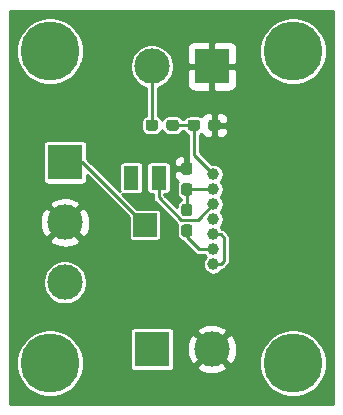
<source format=gbr>
%TF.GenerationSoftware,KiCad,Pcbnew,(5.1.6)-1*%
%TF.CreationDate,2021-01-22T14:39:17+01:00*%
%TF.ProjectId,LambdaBuffer,4c616d62-6461-4427-9566-6665722e6b69,rev?*%
%TF.SameCoordinates,Original*%
%TF.FileFunction,Copper,L1,Top*%
%TF.FilePolarity,Positive*%
%FSLAX46Y46*%
G04 Gerber Fmt 4.6, Leading zero omitted, Abs format (unit mm)*
G04 Created by KiCad (PCBNEW (5.1.6)-1) date 2021-01-22 14:39:17*
%MOMM*%
%LPD*%
G01*
G04 APERTURE LIST*
%TA.AperFunction,ComponentPad*%
%ADD10C,1.000000*%
%TD*%
%TA.AperFunction,SMDPad,CuDef*%
%ADD11R,1.300000X2.000000*%
%TD*%
%TA.AperFunction,SMDPad,CuDef*%
%ADD12R,2.000000X2.000000*%
%TD*%
%TA.AperFunction,ComponentPad*%
%ADD13C,3.000000*%
%TD*%
%TA.AperFunction,ComponentPad*%
%ADD14R,3.000000X3.000000*%
%TD*%
%TA.AperFunction,ViaPad*%
%ADD15C,5.000000*%
%TD*%
%TA.AperFunction,Conductor*%
%ADD16C,0.250000*%
%TD*%
G04 APERTURE END LIST*
D10*
%TO.P,U1,7*%
%TO.N,+9V*%
X121539000Y-101600000D03*
%TO.P,U1,6*%
%TO.N,Net-(J3-Pad1)*%
X121539000Y-100330000D03*
%TO.P,U1,5*%
%TO.N,+9V*%
X121539000Y-99060000D03*
%TO.P,U1,1*%
%TO.N,Net-(R1-Pad1)*%
X121539000Y-93980000D03*
%TO.P,U1,2*%
%TO.N,Net-(R4-Pad1)*%
X121539000Y-95250000D03*
%TO.P,U1,3*%
%TO.N,Net-(R3-Pad1)*%
X121539000Y-96520000D03*
%TO.P,U1,4*%
%TO.N,-9V*%
X121539000Y-97790000D03*
%TD*%
D11*
%TO.P,R3,3*%
%TO.N,N/C*%
X114590800Y-94259400D03*
D12*
%TO.P,R3,2*%
%TO.N,-9V*%
X115740800Y-98259400D03*
D11*
%TO.P,R3,1*%
%TO.N,Net-(R3-Pad1)*%
X116890800Y-94259400D03*
%TD*%
%TO.P,R5,2*%
%TO.N,GND*%
%TA.AperFunction,SMDPad,CuDef*%
G36*
G01*
X119515900Y-94025000D02*
X119040900Y-94025000D01*
G75*
G02*
X118803400Y-93787500I0J237500D01*
G01*
X118803400Y-93212500D01*
G75*
G02*
X119040900Y-92975000I237500J0D01*
G01*
X119515900Y-92975000D01*
G75*
G02*
X119753400Y-93212500I0J-237500D01*
G01*
X119753400Y-93787500D01*
G75*
G02*
X119515900Y-94025000I-237500J0D01*
G01*
G37*
%TD.AperFunction*%
%TO.P,R5,1*%
%TO.N,Net-(R4-Pad1)*%
%TA.AperFunction,SMDPad,CuDef*%
G36*
G01*
X119515900Y-95775000D02*
X119040900Y-95775000D01*
G75*
G02*
X118803400Y-95537500I0J237500D01*
G01*
X118803400Y-94962500D01*
G75*
G02*
X119040900Y-94725000I237500J0D01*
G01*
X119515900Y-94725000D01*
G75*
G02*
X119753400Y-94962500I0J-237500D01*
G01*
X119753400Y-95537500D01*
G75*
G02*
X119515900Y-95775000I-237500J0D01*
G01*
G37*
%TD.AperFunction*%
%TD*%
%TO.P,R4,2*%
%TO.N,Net-(J3-Pad1)*%
%TA.AperFunction,SMDPad,CuDef*%
G36*
G01*
X119040900Y-98216200D02*
X119515900Y-98216200D01*
G75*
G02*
X119753400Y-98453700I0J-237500D01*
G01*
X119753400Y-99028700D01*
G75*
G02*
X119515900Y-99266200I-237500J0D01*
G01*
X119040900Y-99266200D01*
G75*
G02*
X118803400Y-99028700I0J237500D01*
G01*
X118803400Y-98453700D01*
G75*
G02*
X119040900Y-98216200I237500J0D01*
G01*
G37*
%TD.AperFunction*%
%TO.P,R4,1*%
%TO.N,Net-(R4-Pad1)*%
%TA.AperFunction,SMDPad,CuDef*%
G36*
G01*
X119040900Y-96466200D02*
X119515900Y-96466200D01*
G75*
G02*
X119753400Y-96703700I0J-237500D01*
G01*
X119753400Y-97278700D01*
G75*
G02*
X119515900Y-97516200I-237500J0D01*
G01*
X119040900Y-97516200D01*
G75*
G02*
X118803400Y-97278700I0J237500D01*
G01*
X118803400Y-96703700D01*
G75*
G02*
X119040900Y-96466200I237500J0D01*
G01*
G37*
%TD.AperFunction*%
%TD*%
%TO.P,R2,2*%
%TO.N,Net-(R1-Pad1)*%
%TA.AperFunction,SMDPad,CuDef*%
G36*
G01*
X120401600Y-89576900D02*
X120401600Y-90051900D01*
G75*
G02*
X120164100Y-90289400I-237500J0D01*
G01*
X119589100Y-90289400D01*
G75*
G02*
X119351600Y-90051900I0J237500D01*
G01*
X119351600Y-89576900D01*
G75*
G02*
X119589100Y-89339400I237500J0D01*
G01*
X120164100Y-89339400D01*
G75*
G02*
X120401600Y-89576900I0J-237500D01*
G01*
G37*
%TD.AperFunction*%
%TO.P,R2,1*%
%TO.N,GND*%
%TA.AperFunction,SMDPad,CuDef*%
G36*
G01*
X122151600Y-89576900D02*
X122151600Y-90051900D01*
G75*
G02*
X121914100Y-90289400I-237500J0D01*
G01*
X121339100Y-90289400D01*
G75*
G02*
X121101600Y-90051900I0J237500D01*
G01*
X121101600Y-89576900D01*
G75*
G02*
X121339100Y-89339400I237500J0D01*
G01*
X121914100Y-89339400D01*
G75*
G02*
X122151600Y-89576900I0J-237500D01*
G01*
G37*
%TD.AperFunction*%
%TD*%
%TO.P,R1,2*%
%TO.N,Net-(J1-Pad2)*%
%TA.AperFunction,SMDPad,CuDef*%
G36*
G01*
X116857000Y-89576900D02*
X116857000Y-90051900D01*
G75*
G02*
X116619500Y-90289400I-237500J0D01*
G01*
X116044500Y-90289400D01*
G75*
G02*
X115807000Y-90051900I0J237500D01*
G01*
X115807000Y-89576900D01*
G75*
G02*
X116044500Y-89339400I237500J0D01*
G01*
X116619500Y-89339400D01*
G75*
G02*
X116857000Y-89576900I0J-237500D01*
G01*
G37*
%TD.AperFunction*%
%TO.P,R1,1*%
%TO.N,Net-(R1-Pad1)*%
%TA.AperFunction,SMDPad,CuDef*%
G36*
G01*
X118607000Y-89576900D02*
X118607000Y-90051900D01*
G75*
G02*
X118369500Y-90289400I-237500J0D01*
G01*
X117794500Y-90289400D01*
G75*
G02*
X117557000Y-90051900I0J237500D01*
G01*
X117557000Y-89576900D01*
G75*
G02*
X117794500Y-89339400I237500J0D01*
G01*
X118369500Y-89339400D01*
G75*
G02*
X118607000Y-89576900I0J-237500D01*
G01*
G37*
%TD.AperFunction*%
%TD*%
D13*
%TO.P,J3,2*%
%TO.N,GND*%
X121412000Y-108775500D03*
D14*
%TO.P,J3,1*%
%TO.N,Net-(J3-Pad1)*%
X116332000Y-108775500D03*
%TD*%
D13*
%TO.P,J2,3*%
%TO.N,+9V*%
X108966000Y-103124000D03*
%TO.P,J2,2*%
%TO.N,GND*%
X108966000Y-98044000D03*
D14*
%TO.P,J2,1*%
%TO.N,-9V*%
X108966000Y-92964000D03*
%TD*%
D13*
%TO.P,J1,2*%
%TO.N,Net-(J1-Pad2)*%
X116332000Y-84836000D03*
D14*
%TO.P,J1,1*%
%TO.N,GND*%
X121412000Y-84836000D03*
%TD*%
D15*
%TO.N,*%
X107696000Y-83566000D03*
X107696000Y-109982000D03*
X128270000Y-109982000D03*
X128270000Y-83566000D03*
%TD*%
D16*
%TO.N,+9V*%
X121539000Y-101600000D02*
X121843800Y-101600000D01*
X122453400Y-99364800D02*
X122148600Y-99060000D01*
X122453400Y-101295200D02*
X122453400Y-99364800D01*
X122148600Y-99060000D02*
X121539000Y-99060000D01*
X121539000Y-101600000D02*
X122148600Y-101600000D01*
X122148600Y-101600000D02*
X122453400Y-101295200D01*
%TO.N,-9V*%
X110445400Y-92964000D02*
X115740800Y-98259400D01*
X108966000Y-92964000D02*
X110445400Y-92964000D01*
%TO.N,Net-(J1-Pad2)*%
X116332000Y-89814400D02*
X116332000Y-84836000D01*
%TO.N,Net-(J3-Pad1)*%
X119278400Y-98741200D02*
X119278400Y-99314000D01*
X120294400Y-100330000D02*
X121539000Y-100330000D01*
X119278400Y-99314000D02*
X120294400Y-100330000D01*
%TO.N,Net-(R1-Pad1)*%
X118082000Y-89814400D02*
X119876600Y-89814400D01*
X119876600Y-92317600D02*
X121539000Y-93980000D01*
X119876600Y-89814400D02*
X119876600Y-92317600D01*
%TO.N,Net-(R3-Pad1)*%
X120281700Y-97777300D02*
X120396000Y-97663000D01*
X120396000Y-97663000D02*
X121539000Y-96520000D01*
X116890800Y-95924110D02*
X116890800Y-95707200D01*
X118832890Y-97866200D02*
X116890800Y-95924110D01*
X120192800Y-97866200D02*
X118832890Y-97866200D01*
X116890800Y-95707200D02*
X116890800Y-94259400D01*
X120396000Y-97663000D02*
X120192800Y-97866200D01*
%TO.N,Net-(R4-Pad1)*%
X121539000Y-95250000D02*
X119278400Y-95250000D01*
X119278400Y-95250000D02*
X119278400Y-96991200D01*
%TD*%
%TO.N,GND*%
G36*
X131680001Y-112756353D02*
G01*
X131680000Y-113392000D01*
X104286000Y-113392000D01*
X104286000Y-109698837D01*
X104821000Y-109698837D01*
X104821000Y-110265163D01*
X104931485Y-110820607D01*
X105148208Y-111343823D01*
X105462842Y-111814706D01*
X105863294Y-112215158D01*
X106334177Y-112529792D01*
X106857393Y-112746515D01*
X107412837Y-112857000D01*
X107979163Y-112857000D01*
X108534607Y-112746515D01*
X109057823Y-112529792D01*
X109528706Y-112215158D01*
X109929158Y-111814706D01*
X110243792Y-111343823D01*
X110460515Y-110820607D01*
X110571000Y-110265163D01*
X110571000Y-109698837D01*
X110460515Y-109143393D01*
X110243792Y-108620177D01*
X109929158Y-108149294D01*
X109528706Y-107748842D01*
X109057823Y-107434208D01*
X108674668Y-107275500D01*
X114455186Y-107275500D01*
X114455186Y-110275500D01*
X114462426Y-110349013D01*
X114483869Y-110419700D01*
X114518691Y-110484847D01*
X114565552Y-110541948D01*
X114622653Y-110588809D01*
X114687800Y-110623631D01*
X114758487Y-110645074D01*
X114832000Y-110652314D01*
X117832000Y-110652314D01*
X117905513Y-110645074D01*
X117976200Y-110623631D01*
X118041347Y-110588809D01*
X118098448Y-110541948D01*
X118145309Y-110484847D01*
X118180131Y-110419700D01*
X118201574Y-110349013D01*
X118208814Y-110275500D01*
X118208814Y-110267407D01*
X120102527Y-110267407D01*
X120258835Y-110582163D01*
X120633455Y-110772420D01*
X121037994Y-110885937D01*
X121456906Y-110918350D01*
X121874093Y-110868414D01*
X122273521Y-110738050D01*
X122565165Y-110582163D01*
X122721473Y-110267407D01*
X121412000Y-108957934D01*
X120102527Y-110267407D01*
X118208814Y-110267407D01*
X118208814Y-108820406D01*
X119269150Y-108820406D01*
X119319086Y-109237593D01*
X119449450Y-109637021D01*
X119605337Y-109928665D01*
X119920093Y-110084973D01*
X121229566Y-108775500D01*
X121594434Y-108775500D01*
X122903907Y-110084973D01*
X123218663Y-109928665D01*
X123335384Y-109698837D01*
X125395000Y-109698837D01*
X125395000Y-110265163D01*
X125505485Y-110820607D01*
X125722208Y-111343823D01*
X126036842Y-111814706D01*
X126437294Y-112215158D01*
X126908177Y-112529792D01*
X127431393Y-112746515D01*
X127986837Y-112857000D01*
X128553163Y-112857000D01*
X129108607Y-112746515D01*
X129631823Y-112529792D01*
X130102706Y-112215158D01*
X130503158Y-111814706D01*
X130817792Y-111343823D01*
X131034515Y-110820607D01*
X131145000Y-110265163D01*
X131145000Y-109698837D01*
X131034515Y-109143393D01*
X130817792Y-108620177D01*
X130503158Y-108149294D01*
X130102706Y-107748842D01*
X129631823Y-107434208D01*
X129108607Y-107217485D01*
X128553163Y-107107000D01*
X127986837Y-107107000D01*
X127431393Y-107217485D01*
X126908177Y-107434208D01*
X126437294Y-107748842D01*
X126036842Y-108149294D01*
X125722208Y-108620177D01*
X125505485Y-109143393D01*
X125395000Y-109698837D01*
X123335384Y-109698837D01*
X123408920Y-109554045D01*
X123522437Y-109149506D01*
X123554850Y-108730594D01*
X123504914Y-108313407D01*
X123374550Y-107913979D01*
X123218663Y-107622335D01*
X122903907Y-107466027D01*
X121594434Y-108775500D01*
X121229566Y-108775500D01*
X119920093Y-107466027D01*
X119605337Y-107622335D01*
X119415080Y-107996955D01*
X119301563Y-108401494D01*
X119269150Y-108820406D01*
X118208814Y-108820406D01*
X118208814Y-107283593D01*
X120102527Y-107283593D01*
X121412000Y-108593066D01*
X122721473Y-107283593D01*
X122565165Y-106968837D01*
X122190545Y-106778580D01*
X121786006Y-106665063D01*
X121367094Y-106632650D01*
X120949907Y-106682586D01*
X120550479Y-106812950D01*
X120258835Y-106968837D01*
X120102527Y-107283593D01*
X118208814Y-107283593D01*
X118208814Y-107275500D01*
X118201574Y-107201987D01*
X118180131Y-107131300D01*
X118145309Y-107066153D01*
X118098448Y-107009052D01*
X118041347Y-106962191D01*
X117976200Y-106927369D01*
X117905513Y-106905926D01*
X117832000Y-106898686D01*
X114832000Y-106898686D01*
X114758487Y-106905926D01*
X114687800Y-106927369D01*
X114622653Y-106962191D01*
X114565552Y-107009052D01*
X114518691Y-107066153D01*
X114483869Y-107131300D01*
X114462426Y-107201987D01*
X114455186Y-107275500D01*
X108674668Y-107275500D01*
X108534607Y-107217485D01*
X107979163Y-107107000D01*
X107412837Y-107107000D01*
X106857393Y-107217485D01*
X106334177Y-107434208D01*
X105863294Y-107748842D01*
X105462842Y-108149294D01*
X105148208Y-108620177D01*
X104931485Y-109143393D01*
X104821000Y-109698837D01*
X104286000Y-109698837D01*
X104286000Y-102939329D01*
X107091000Y-102939329D01*
X107091000Y-103308671D01*
X107163056Y-103670917D01*
X107304397Y-104012145D01*
X107509593Y-104319243D01*
X107770757Y-104580407D01*
X108077855Y-104785603D01*
X108419083Y-104926944D01*
X108781329Y-104999000D01*
X109150671Y-104999000D01*
X109512917Y-104926944D01*
X109854145Y-104785603D01*
X110161243Y-104580407D01*
X110422407Y-104319243D01*
X110627603Y-104012145D01*
X110768944Y-103670917D01*
X110841000Y-103308671D01*
X110841000Y-102939329D01*
X110768944Y-102577083D01*
X110627603Y-102235855D01*
X110422407Y-101928757D01*
X110161243Y-101667593D01*
X109854145Y-101462397D01*
X109512917Y-101321056D01*
X109150671Y-101249000D01*
X108781329Y-101249000D01*
X108419083Y-101321056D01*
X108077855Y-101462397D01*
X107770757Y-101667593D01*
X107509593Y-101928757D01*
X107304397Y-102235855D01*
X107163056Y-102577083D01*
X107091000Y-102939329D01*
X104286000Y-102939329D01*
X104286000Y-99535907D01*
X107656527Y-99535907D01*
X107812835Y-99850663D01*
X108187455Y-100040920D01*
X108591994Y-100154437D01*
X109010906Y-100186850D01*
X109428093Y-100136914D01*
X109827521Y-100006550D01*
X110119165Y-99850663D01*
X110275473Y-99535907D01*
X108966000Y-98226434D01*
X107656527Y-99535907D01*
X104286000Y-99535907D01*
X104286000Y-98088906D01*
X106823150Y-98088906D01*
X106873086Y-98506093D01*
X107003450Y-98905521D01*
X107159337Y-99197165D01*
X107474093Y-99353473D01*
X108783566Y-98044000D01*
X109148434Y-98044000D01*
X110457907Y-99353473D01*
X110772663Y-99197165D01*
X110962920Y-98822545D01*
X111076437Y-98418006D01*
X111108850Y-97999094D01*
X111058914Y-97581907D01*
X110928550Y-97182479D01*
X110772663Y-96890835D01*
X110457907Y-96734527D01*
X109148434Y-98044000D01*
X108783566Y-98044000D01*
X107474093Y-96734527D01*
X107159337Y-96890835D01*
X106969080Y-97265455D01*
X106855563Y-97669994D01*
X106823150Y-98088906D01*
X104286000Y-98088906D01*
X104286000Y-96552093D01*
X107656527Y-96552093D01*
X108966000Y-97861566D01*
X110275473Y-96552093D01*
X110119165Y-96237337D01*
X109744545Y-96047080D01*
X109340006Y-95933563D01*
X108921094Y-95901150D01*
X108503907Y-95951086D01*
X108104479Y-96081450D01*
X107812835Y-96237337D01*
X107656527Y-96552093D01*
X104286000Y-96552093D01*
X104286000Y-91464000D01*
X107089186Y-91464000D01*
X107089186Y-94464000D01*
X107096426Y-94537513D01*
X107117869Y-94608200D01*
X107152691Y-94673347D01*
X107199552Y-94730448D01*
X107256653Y-94777309D01*
X107321800Y-94812131D01*
X107392487Y-94833574D01*
X107466000Y-94840814D01*
X110466000Y-94840814D01*
X110539513Y-94833574D01*
X110610200Y-94812131D01*
X110675347Y-94777309D01*
X110732448Y-94730448D01*
X110779309Y-94673347D01*
X110814131Y-94608200D01*
X110835574Y-94537513D01*
X110842814Y-94464000D01*
X110842814Y-94068519D01*
X114363986Y-97589693D01*
X114363986Y-99259400D01*
X114371226Y-99332913D01*
X114392669Y-99403600D01*
X114427491Y-99468747D01*
X114474352Y-99525848D01*
X114531453Y-99572709D01*
X114596600Y-99607531D01*
X114667287Y-99628974D01*
X114740800Y-99636214D01*
X116740800Y-99636214D01*
X116814313Y-99628974D01*
X116885000Y-99607531D01*
X116950147Y-99572709D01*
X117007248Y-99525848D01*
X117054109Y-99468747D01*
X117088931Y-99403600D01*
X117110374Y-99332913D01*
X117117614Y-99259400D01*
X117117614Y-97259400D01*
X117110374Y-97185887D01*
X117088931Y-97115200D01*
X117054109Y-97050053D01*
X117007248Y-96992952D01*
X116950147Y-96946091D01*
X116885000Y-96911269D01*
X116814313Y-96889826D01*
X116740800Y-96882586D01*
X115071093Y-96882586D01*
X113795391Y-95606885D01*
X113796600Y-95607531D01*
X113867287Y-95628974D01*
X113940800Y-95636214D01*
X115240800Y-95636214D01*
X115314313Y-95628974D01*
X115385000Y-95607531D01*
X115450147Y-95572709D01*
X115507248Y-95525848D01*
X115554109Y-95468747D01*
X115588931Y-95403600D01*
X115610374Y-95332913D01*
X115617614Y-95259400D01*
X115617614Y-93259400D01*
X115610374Y-93185887D01*
X115588931Y-93115200D01*
X115554109Y-93050053D01*
X115507248Y-92992952D01*
X115450147Y-92946091D01*
X115385000Y-92911269D01*
X115314313Y-92889826D01*
X115240800Y-92882586D01*
X113940800Y-92882586D01*
X113867287Y-92889826D01*
X113796600Y-92911269D01*
X113731453Y-92946091D01*
X113674352Y-92992952D01*
X113627491Y-93050053D01*
X113592669Y-93115200D01*
X113571226Y-93185887D01*
X113563986Y-93259400D01*
X113563986Y-95259400D01*
X113571226Y-95332913D01*
X113592669Y-95403600D01*
X113593315Y-95404809D01*
X110842814Y-92654309D01*
X110842814Y-91464000D01*
X110835574Y-91390487D01*
X110814131Y-91319800D01*
X110779309Y-91254653D01*
X110732448Y-91197552D01*
X110675347Y-91150691D01*
X110610200Y-91115869D01*
X110539513Y-91094426D01*
X110466000Y-91087186D01*
X107466000Y-91087186D01*
X107392487Y-91094426D01*
X107321800Y-91115869D01*
X107256653Y-91150691D01*
X107199552Y-91197552D01*
X107152691Y-91254653D01*
X107117869Y-91319800D01*
X107096426Y-91390487D01*
X107089186Y-91464000D01*
X104286000Y-91464000D01*
X104286000Y-83282837D01*
X104821000Y-83282837D01*
X104821000Y-83849163D01*
X104931485Y-84404607D01*
X105148208Y-84927823D01*
X105462842Y-85398706D01*
X105863294Y-85799158D01*
X106334177Y-86113792D01*
X106857393Y-86330515D01*
X107412837Y-86441000D01*
X107979163Y-86441000D01*
X108534607Y-86330515D01*
X109057823Y-86113792D01*
X109528706Y-85799158D01*
X109929158Y-85398706D01*
X110243792Y-84927823D01*
X110358319Y-84651329D01*
X114457000Y-84651329D01*
X114457000Y-85020671D01*
X114529056Y-85382917D01*
X114670397Y-85724145D01*
X114875593Y-86031243D01*
X115136757Y-86292407D01*
X115443855Y-86497603D01*
X115785083Y-86638944D01*
X115832001Y-86648277D01*
X115832000Y-89002496D01*
X115809412Y-89009348D01*
X115703205Y-89066117D01*
X115610114Y-89142514D01*
X115533717Y-89235605D01*
X115476948Y-89341812D01*
X115441990Y-89457053D01*
X115430186Y-89576900D01*
X115430186Y-90051900D01*
X115441990Y-90171747D01*
X115476948Y-90286988D01*
X115533717Y-90393195D01*
X115610114Y-90486286D01*
X115703205Y-90562683D01*
X115809412Y-90619452D01*
X115924653Y-90654410D01*
X116044500Y-90666214D01*
X116619500Y-90666214D01*
X116739347Y-90654410D01*
X116854588Y-90619452D01*
X116960795Y-90562683D01*
X117053886Y-90486286D01*
X117130283Y-90393195D01*
X117187052Y-90286988D01*
X117207000Y-90221228D01*
X117226948Y-90286988D01*
X117283717Y-90393195D01*
X117360114Y-90486286D01*
X117453205Y-90562683D01*
X117559412Y-90619452D01*
X117674653Y-90654410D01*
X117794500Y-90666214D01*
X118369500Y-90666214D01*
X118489347Y-90654410D01*
X118604588Y-90619452D01*
X118710795Y-90562683D01*
X118803886Y-90486286D01*
X118880283Y-90393195D01*
X118922400Y-90314400D01*
X119036200Y-90314400D01*
X119078317Y-90393195D01*
X119154714Y-90486286D01*
X119247805Y-90562683D01*
X119354012Y-90619452D01*
X119376600Y-90626304D01*
X119376601Y-92293030D01*
X119374181Y-92317600D01*
X119383835Y-92415617D01*
X119400707Y-92471235D01*
X119409018Y-92498632D01*
X119407400Y-92500250D01*
X119407400Y-93371000D01*
X119427400Y-93371000D01*
X119427400Y-93629000D01*
X119407400Y-93629000D01*
X119407400Y-93649000D01*
X119149400Y-93649000D01*
X119149400Y-93629000D01*
X118328650Y-93629000D01*
X118170400Y-93787250D01*
X118167337Y-94025000D01*
X118179559Y-94149090D01*
X118215754Y-94268411D01*
X118274533Y-94378378D01*
X118353636Y-94474764D01*
X118450022Y-94553867D01*
X118544108Y-94604157D01*
X118530117Y-94621205D01*
X118473348Y-94727412D01*
X118438390Y-94842653D01*
X118426586Y-94962500D01*
X118426586Y-95537500D01*
X118438390Y-95657347D01*
X118473348Y-95772588D01*
X118530117Y-95878795D01*
X118606514Y-95971886D01*
X118699605Y-96048283D01*
X118778400Y-96090400D01*
X118778401Y-96150800D01*
X118699605Y-96192917D01*
X118606514Y-96269314D01*
X118530117Y-96362405D01*
X118473348Y-96468612D01*
X118438390Y-96583853D01*
X118426586Y-96703700D01*
X118426586Y-96752790D01*
X117390800Y-95717005D01*
X117390800Y-95636214D01*
X117540800Y-95636214D01*
X117614313Y-95628974D01*
X117685000Y-95607531D01*
X117750147Y-95572709D01*
X117807248Y-95525848D01*
X117854109Y-95468747D01*
X117888931Y-95403600D01*
X117910374Y-95332913D01*
X117917614Y-95259400D01*
X117917614Y-93259400D01*
X117910374Y-93185887D01*
X117888931Y-93115200D01*
X117854109Y-93050053D01*
X117807248Y-92992952D01*
X117785374Y-92975000D01*
X118167337Y-92975000D01*
X118170400Y-93212750D01*
X118328650Y-93371000D01*
X119149400Y-93371000D01*
X119149400Y-92500250D01*
X118991150Y-92342000D01*
X118803400Y-92338937D01*
X118679310Y-92351159D01*
X118559989Y-92387354D01*
X118450022Y-92446133D01*
X118353636Y-92525236D01*
X118274533Y-92621622D01*
X118215754Y-92731589D01*
X118179559Y-92850910D01*
X118167337Y-92975000D01*
X117785374Y-92975000D01*
X117750147Y-92946091D01*
X117685000Y-92911269D01*
X117614313Y-92889826D01*
X117540800Y-92882586D01*
X116240800Y-92882586D01*
X116167287Y-92889826D01*
X116096600Y-92911269D01*
X116031453Y-92946091D01*
X115974352Y-92992952D01*
X115927491Y-93050053D01*
X115892669Y-93115200D01*
X115871226Y-93185887D01*
X115863986Y-93259400D01*
X115863986Y-95259400D01*
X115871226Y-95332913D01*
X115892669Y-95403600D01*
X115927491Y-95468747D01*
X115974352Y-95525848D01*
X116031453Y-95572709D01*
X116096600Y-95607531D01*
X116167287Y-95628974D01*
X116240800Y-95636214D01*
X116390800Y-95636214D01*
X116390800Y-95899550D01*
X116388381Y-95924110D01*
X116398035Y-96022127D01*
X116406708Y-96050717D01*
X116426625Y-96116376D01*
X116473054Y-96203239D01*
X116535536Y-96279374D01*
X116554624Y-96295039D01*
X118461965Y-98202381D01*
X118474112Y-98217182D01*
X118473348Y-98218612D01*
X118438390Y-98333853D01*
X118426586Y-98453700D01*
X118426586Y-99028700D01*
X118438390Y-99148547D01*
X118473348Y-99263788D01*
X118530117Y-99369995D01*
X118606514Y-99463086D01*
X118699605Y-99539483D01*
X118805812Y-99596252D01*
X118882246Y-99619438D01*
X118923137Y-99669264D01*
X118942219Y-99684924D01*
X119923475Y-100666181D01*
X119939136Y-100685264D01*
X120015271Y-100747746D01*
X120102133Y-100794175D01*
X120167792Y-100814092D01*
X120196382Y-100822765D01*
X120294400Y-100832419D01*
X120318960Y-100830000D01*
X120820736Y-100830000D01*
X120859343Y-100887780D01*
X120936563Y-100965000D01*
X120859343Y-101042220D01*
X120763585Y-101185532D01*
X120697626Y-101344772D01*
X120664000Y-101513820D01*
X120664000Y-101686180D01*
X120697626Y-101855228D01*
X120763585Y-102014468D01*
X120859343Y-102157780D01*
X120981220Y-102279657D01*
X121124532Y-102375415D01*
X121283772Y-102441374D01*
X121452820Y-102475000D01*
X121625180Y-102475000D01*
X121794228Y-102441374D01*
X121953468Y-102375415D01*
X122096780Y-102279657D01*
X122218657Y-102157780D01*
X122266034Y-102086875D01*
X122340867Y-102064175D01*
X122427729Y-102017746D01*
X122503864Y-101955264D01*
X122519529Y-101936176D01*
X122789581Y-101666125D01*
X122808664Y-101650464D01*
X122871146Y-101574329D01*
X122917575Y-101487467D01*
X122946165Y-101393217D01*
X122953400Y-101319760D01*
X122953400Y-101319751D01*
X122955818Y-101295201D01*
X122953400Y-101270651D01*
X122953400Y-99389349D01*
X122955818Y-99364799D01*
X122953400Y-99340249D01*
X122953400Y-99340240D01*
X122946165Y-99266783D01*
X122917575Y-99172533D01*
X122871146Y-99085671D01*
X122808664Y-99009536D01*
X122789581Y-98993875D01*
X122519529Y-98723824D01*
X122503864Y-98704736D01*
X122427729Y-98642254D01*
X122340867Y-98595825D01*
X122266034Y-98573125D01*
X122218657Y-98502220D01*
X122141437Y-98425000D01*
X122218657Y-98347780D01*
X122314415Y-98204468D01*
X122380374Y-98045228D01*
X122414000Y-97876180D01*
X122414000Y-97703820D01*
X122380374Y-97534772D01*
X122314415Y-97375532D01*
X122218657Y-97232220D01*
X122141437Y-97155000D01*
X122218657Y-97077780D01*
X122314415Y-96934468D01*
X122380374Y-96775228D01*
X122414000Y-96606180D01*
X122414000Y-96433820D01*
X122380374Y-96264772D01*
X122314415Y-96105532D01*
X122218657Y-95962220D01*
X122141437Y-95885000D01*
X122218657Y-95807780D01*
X122314415Y-95664468D01*
X122380374Y-95505228D01*
X122414000Y-95336180D01*
X122414000Y-95163820D01*
X122380374Y-94994772D01*
X122314415Y-94835532D01*
X122218657Y-94692220D01*
X122141437Y-94615000D01*
X122218657Y-94537780D01*
X122314415Y-94394468D01*
X122380374Y-94235228D01*
X122414000Y-94066180D01*
X122414000Y-93893820D01*
X122380374Y-93724772D01*
X122314415Y-93565532D01*
X122218657Y-93422220D01*
X122096780Y-93300343D01*
X121953468Y-93204585D01*
X121794228Y-93138626D01*
X121625180Y-93105000D01*
X121452820Y-93105000D01*
X121384664Y-93118557D01*
X120376600Y-92110495D01*
X120376600Y-90626304D01*
X120399188Y-90619452D01*
X120505395Y-90562683D01*
X120522443Y-90548692D01*
X120572733Y-90642778D01*
X120651836Y-90739164D01*
X120748222Y-90818267D01*
X120858189Y-90877046D01*
X120977510Y-90913241D01*
X121101600Y-90925463D01*
X121339350Y-90922400D01*
X121497600Y-90764150D01*
X121497600Y-89943400D01*
X121755600Y-89943400D01*
X121755600Y-90764150D01*
X121913850Y-90922400D01*
X122151600Y-90925463D01*
X122275690Y-90913241D01*
X122395011Y-90877046D01*
X122504978Y-90818267D01*
X122601364Y-90739164D01*
X122680467Y-90642778D01*
X122739246Y-90532811D01*
X122775441Y-90413490D01*
X122787663Y-90289400D01*
X122784600Y-90101650D01*
X122626350Y-89943400D01*
X121755600Y-89943400D01*
X121497600Y-89943400D01*
X121477600Y-89943400D01*
X121477600Y-89685400D01*
X121497600Y-89685400D01*
X121497600Y-88864650D01*
X121755600Y-88864650D01*
X121755600Y-89685400D01*
X122626350Y-89685400D01*
X122784600Y-89527150D01*
X122787663Y-89339400D01*
X122775441Y-89215310D01*
X122739246Y-89095989D01*
X122680467Y-88986022D01*
X122601364Y-88889636D01*
X122504978Y-88810533D01*
X122395011Y-88751754D01*
X122275690Y-88715559D01*
X122151600Y-88703337D01*
X121913850Y-88706400D01*
X121755600Y-88864650D01*
X121497600Y-88864650D01*
X121339350Y-88706400D01*
X121101600Y-88703337D01*
X120977510Y-88715559D01*
X120858189Y-88751754D01*
X120748222Y-88810533D01*
X120651836Y-88889636D01*
X120572733Y-88986022D01*
X120522443Y-89080108D01*
X120505395Y-89066117D01*
X120399188Y-89009348D01*
X120283947Y-88974390D01*
X120164100Y-88962586D01*
X119589100Y-88962586D01*
X119469253Y-88974390D01*
X119354012Y-89009348D01*
X119247805Y-89066117D01*
X119154714Y-89142514D01*
X119078317Y-89235605D01*
X119036200Y-89314400D01*
X118922400Y-89314400D01*
X118880283Y-89235605D01*
X118803886Y-89142514D01*
X118710795Y-89066117D01*
X118604588Y-89009348D01*
X118489347Y-88974390D01*
X118369500Y-88962586D01*
X117794500Y-88962586D01*
X117674653Y-88974390D01*
X117559412Y-89009348D01*
X117453205Y-89066117D01*
X117360114Y-89142514D01*
X117283717Y-89235605D01*
X117226948Y-89341812D01*
X117207000Y-89407572D01*
X117187052Y-89341812D01*
X117130283Y-89235605D01*
X117053886Y-89142514D01*
X116960795Y-89066117D01*
X116854588Y-89009348D01*
X116832000Y-89002496D01*
X116832000Y-86648276D01*
X116878917Y-86638944D01*
X117220145Y-86497603D01*
X117462001Y-86336000D01*
X119275937Y-86336000D01*
X119288159Y-86460090D01*
X119324354Y-86579411D01*
X119383133Y-86689378D01*
X119462236Y-86785764D01*
X119558622Y-86864867D01*
X119668589Y-86923646D01*
X119787910Y-86959841D01*
X119912000Y-86972063D01*
X121124750Y-86969000D01*
X121283000Y-86810750D01*
X121283000Y-84965000D01*
X121541000Y-84965000D01*
X121541000Y-86810750D01*
X121699250Y-86969000D01*
X122912000Y-86972063D01*
X123036090Y-86959841D01*
X123155411Y-86923646D01*
X123265378Y-86864867D01*
X123361764Y-86785764D01*
X123440867Y-86689378D01*
X123499646Y-86579411D01*
X123535841Y-86460090D01*
X123548063Y-86336000D01*
X123545000Y-85123250D01*
X123386750Y-84965000D01*
X121541000Y-84965000D01*
X121283000Y-84965000D01*
X119437250Y-84965000D01*
X119279000Y-85123250D01*
X119275937Y-86336000D01*
X117462001Y-86336000D01*
X117527243Y-86292407D01*
X117788407Y-86031243D01*
X117993603Y-85724145D01*
X118134944Y-85382917D01*
X118207000Y-85020671D01*
X118207000Y-84651329D01*
X118134944Y-84289083D01*
X117993603Y-83947855D01*
X117788407Y-83640757D01*
X117527243Y-83379593D01*
X117462002Y-83336000D01*
X119275937Y-83336000D01*
X119279000Y-84548750D01*
X119437250Y-84707000D01*
X121283000Y-84707000D01*
X121283000Y-82861250D01*
X121541000Y-82861250D01*
X121541000Y-84707000D01*
X123386750Y-84707000D01*
X123545000Y-84548750D01*
X123548063Y-83336000D01*
X123542827Y-83282837D01*
X125395000Y-83282837D01*
X125395000Y-83849163D01*
X125505485Y-84404607D01*
X125722208Y-84927823D01*
X126036842Y-85398706D01*
X126437294Y-85799158D01*
X126908177Y-86113792D01*
X127431393Y-86330515D01*
X127986837Y-86441000D01*
X128553163Y-86441000D01*
X129108607Y-86330515D01*
X129631823Y-86113792D01*
X130102706Y-85799158D01*
X130503158Y-85398706D01*
X130817792Y-84927823D01*
X131034515Y-84404607D01*
X131145000Y-83849163D01*
X131145000Y-83282837D01*
X131034515Y-82727393D01*
X130817792Y-82204177D01*
X130503158Y-81733294D01*
X130102706Y-81332842D01*
X129631823Y-81018208D01*
X129108607Y-80801485D01*
X128553163Y-80691000D01*
X127986837Y-80691000D01*
X127431393Y-80801485D01*
X126908177Y-81018208D01*
X126437294Y-81332842D01*
X126036842Y-81733294D01*
X125722208Y-82204177D01*
X125505485Y-82727393D01*
X125395000Y-83282837D01*
X123542827Y-83282837D01*
X123535841Y-83211910D01*
X123499646Y-83092589D01*
X123440867Y-82982622D01*
X123361764Y-82886236D01*
X123265378Y-82807133D01*
X123155411Y-82748354D01*
X123036090Y-82712159D01*
X122912000Y-82699937D01*
X121699250Y-82703000D01*
X121541000Y-82861250D01*
X121283000Y-82861250D01*
X121124750Y-82703000D01*
X119912000Y-82699937D01*
X119787910Y-82712159D01*
X119668589Y-82748354D01*
X119558622Y-82807133D01*
X119462236Y-82886236D01*
X119383133Y-82982622D01*
X119324354Y-83092589D01*
X119288159Y-83211910D01*
X119275937Y-83336000D01*
X117462002Y-83336000D01*
X117220145Y-83174397D01*
X116878917Y-83033056D01*
X116516671Y-82961000D01*
X116147329Y-82961000D01*
X115785083Y-83033056D01*
X115443855Y-83174397D01*
X115136757Y-83379593D01*
X114875593Y-83640757D01*
X114670397Y-83947855D01*
X114529056Y-84289083D01*
X114457000Y-84651329D01*
X110358319Y-84651329D01*
X110460515Y-84404607D01*
X110571000Y-83849163D01*
X110571000Y-83282837D01*
X110460515Y-82727393D01*
X110243792Y-82204177D01*
X109929158Y-81733294D01*
X109528706Y-81332842D01*
X109057823Y-81018208D01*
X108534607Y-80801485D01*
X107979163Y-80691000D01*
X107412837Y-80691000D01*
X106857393Y-80801485D01*
X106334177Y-81018208D01*
X105863294Y-81332842D01*
X105462842Y-81733294D01*
X105148208Y-82204177D01*
X104931485Y-82727393D01*
X104821000Y-83282837D01*
X104286000Y-83282837D01*
X104286000Y-80156000D01*
X131680000Y-80156000D01*
X131680001Y-112756353D01*
G37*
X131680001Y-112756353D02*
X131680000Y-113392000D01*
X104286000Y-113392000D01*
X104286000Y-109698837D01*
X104821000Y-109698837D01*
X104821000Y-110265163D01*
X104931485Y-110820607D01*
X105148208Y-111343823D01*
X105462842Y-111814706D01*
X105863294Y-112215158D01*
X106334177Y-112529792D01*
X106857393Y-112746515D01*
X107412837Y-112857000D01*
X107979163Y-112857000D01*
X108534607Y-112746515D01*
X109057823Y-112529792D01*
X109528706Y-112215158D01*
X109929158Y-111814706D01*
X110243792Y-111343823D01*
X110460515Y-110820607D01*
X110571000Y-110265163D01*
X110571000Y-109698837D01*
X110460515Y-109143393D01*
X110243792Y-108620177D01*
X109929158Y-108149294D01*
X109528706Y-107748842D01*
X109057823Y-107434208D01*
X108674668Y-107275500D01*
X114455186Y-107275500D01*
X114455186Y-110275500D01*
X114462426Y-110349013D01*
X114483869Y-110419700D01*
X114518691Y-110484847D01*
X114565552Y-110541948D01*
X114622653Y-110588809D01*
X114687800Y-110623631D01*
X114758487Y-110645074D01*
X114832000Y-110652314D01*
X117832000Y-110652314D01*
X117905513Y-110645074D01*
X117976200Y-110623631D01*
X118041347Y-110588809D01*
X118098448Y-110541948D01*
X118145309Y-110484847D01*
X118180131Y-110419700D01*
X118201574Y-110349013D01*
X118208814Y-110275500D01*
X118208814Y-110267407D01*
X120102527Y-110267407D01*
X120258835Y-110582163D01*
X120633455Y-110772420D01*
X121037994Y-110885937D01*
X121456906Y-110918350D01*
X121874093Y-110868414D01*
X122273521Y-110738050D01*
X122565165Y-110582163D01*
X122721473Y-110267407D01*
X121412000Y-108957934D01*
X120102527Y-110267407D01*
X118208814Y-110267407D01*
X118208814Y-108820406D01*
X119269150Y-108820406D01*
X119319086Y-109237593D01*
X119449450Y-109637021D01*
X119605337Y-109928665D01*
X119920093Y-110084973D01*
X121229566Y-108775500D01*
X121594434Y-108775500D01*
X122903907Y-110084973D01*
X123218663Y-109928665D01*
X123335384Y-109698837D01*
X125395000Y-109698837D01*
X125395000Y-110265163D01*
X125505485Y-110820607D01*
X125722208Y-111343823D01*
X126036842Y-111814706D01*
X126437294Y-112215158D01*
X126908177Y-112529792D01*
X127431393Y-112746515D01*
X127986837Y-112857000D01*
X128553163Y-112857000D01*
X129108607Y-112746515D01*
X129631823Y-112529792D01*
X130102706Y-112215158D01*
X130503158Y-111814706D01*
X130817792Y-111343823D01*
X131034515Y-110820607D01*
X131145000Y-110265163D01*
X131145000Y-109698837D01*
X131034515Y-109143393D01*
X130817792Y-108620177D01*
X130503158Y-108149294D01*
X130102706Y-107748842D01*
X129631823Y-107434208D01*
X129108607Y-107217485D01*
X128553163Y-107107000D01*
X127986837Y-107107000D01*
X127431393Y-107217485D01*
X126908177Y-107434208D01*
X126437294Y-107748842D01*
X126036842Y-108149294D01*
X125722208Y-108620177D01*
X125505485Y-109143393D01*
X125395000Y-109698837D01*
X123335384Y-109698837D01*
X123408920Y-109554045D01*
X123522437Y-109149506D01*
X123554850Y-108730594D01*
X123504914Y-108313407D01*
X123374550Y-107913979D01*
X123218663Y-107622335D01*
X122903907Y-107466027D01*
X121594434Y-108775500D01*
X121229566Y-108775500D01*
X119920093Y-107466027D01*
X119605337Y-107622335D01*
X119415080Y-107996955D01*
X119301563Y-108401494D01*
X119269150Y-108820406D01*
X118208814Y-108820406D01*
X118208814Y-107283593D01*
X120102527Y-107283593D01*
X121412000Y-108593066D01*
X122721473Y-107283593D01*
X122565165Y-106968837D01*
X122190545Y-106778580D01*
X121786006Y-106665063D01*
X121367094Y-106632650D01*
X120949907Y-106682586D01*
X120550479Y-106812950D01*
X120258835Y-106968837D01*
X120102527Y-107283593D01*
X118208814Y-107283593D01*
X118208814Y-107275500D01*
X118201574Y-107201987D01*
X118180131Y-107131300D01*
X118145309Y-107066153D01*
X118098448Y-107009052D01*
X118041347Y-106962191D01*
X117976200Y-106927369D01*
X117905513Y-106905926D01*
X117832000Y-106898686D01*
X114832000Y-106898686D01*
X114758487Y-106905926D01*
X114687800Y-106927369D01*
X114622653Y-106962191D01*
X114565552Y-107009052D01*
X114518691Y-107066153D01*
X114483869Y-107131300D01*
X114462426Y-107201987D01*
X114455186Y-107275500D01*
X108674668Y-107275500D01*
X108534607Y-107217485D01*
X107979163Y-107107000D01*
X107412837Y-107107000D01*
X106857393Y-107217485D01*
X106334177Y-107434208D01*
X105863294Y-107748842D01*
X105462842Y-108149294D01*
X105148208Y-108620177D01*
X104931485Y-109143393D01*
X104821000Y-109698837D01*
X104286000Y-109698837D01*
X104286000Y-102939329D01*
X107091000Y-102939329D01*
X107091000Y-103308671D01*
X107163056Y-103670917D01*
X107304397Y-104012145D01*
X107509593Y-104319243D01*
X107770757Y-104580407D01*
X108077855Y-104785603D01*
X108419083Y-104926944D01*
X108781329Y-104999000D01*
X109150671Y-104999000D01*
X109512917Y-104926944D01*
X109854145Y-104785603D01*
X110161243Y-104580407D01*
X110422407Y-104319243D01*
X110627603Y-104012145D01*
X110768944Y-103670917D01*
X110841000Y-103308671D01*
X110841000Y-102939329D01*
X110768944Y-102577083D01*
X110627603Y-102235855D01*
X110422407Y-101928757D01*
X110161243Y-101667593D01*
X109854145Y-101462397D01*
X109512917Y-101321056D01*
X109150671Y-101249000D01*
X108781329Y-101249000D01*
X108419083Y-101321056D01*
X108077855Y-101462397D01*
X107770757Y-101667593D01*
X107509593Y-101928757D01*
X107304397Y-102235855D01*
X107163056Y-102577083D01*
X107091000Y-102939329D01*
X104286000Y-102939329D01*
X104286000Y-99535907D01*
X107656527Y-99535907D01*
X107812835Y-99850663D01*
X108187455Y-100040920D01*
X108591994Y-100154437D01*
X109010906Y-100186850D01*
X109428093Y-100136914D01*
X109827521Y-100006550D01*
X110119165Y-99850663D01*
X110275473Y-99535907D01*
X108966000Y-98226434D01*
X107656527Y-99535907D01*
X104286000Y-99535907D01*
X104286000Y-98088906D01*
X106823150Y-98088906D01*
X106873086Y-98506093D01*
X107003450Y-98905521D01*
X107159337Y-99197165D01*
X107474093Y-99353473D01*
X108783566Y-98044000D01*
X109148434Y-98044000D01*
X110457907Y-99353473D01*
X110772663Y-99197165D01*
X110962920Y-98822545D01*
X111076437Y-98418006D01*
X111108850Y-97999094D01*
X111058914Y-97581907D01*
X110928550Y-97182479D01*
X110772663Y-96890835D01*
X110457907Y-96734527D01*
X109148434Y-98044000D01*
X108783566Y-98044000D01*
X107474093Y-96734527D01*
X107159337Y-96890835D01*
X106969080Y-97265455D01*
X106855563Y-97669994D01*
X106823150Y-98088906D01*
X104286000Y-98088906D01*
X104286000Y-96552093D01*
X107656527Y-96552093D01*
X108966000Y-97861566D01*
X110275473Y-96552093D01*
X110119165Y-96237337D01*
X109744545Y-96047080D01*
X109340006Y-95933563D01*
X108921094Y-95901150D01*
X108503907Y-95951086D01*
X108104479Y-96081450D01*
X107812835Y-96237337D01*
X107656527Y-96552093D01*
X104286000Y-96552093D01*
X104286000Y-91464000D01*
X107089186Y-91464000D01*
X107089186Y-94464000D01*
X107096426Y-94537513D01*
X107117869Y-94608200D01*
X107152691Y-94673347D01*
X107199552Y-94730448D01*
X107256653Y-94777309D01*
X107321800Y-94812131D01*
X107392487Y-94833574D01*
X107466000Y-94840814D01*
X110466000Y-94840814D01*
X110539513Y-94833574D01*
X110610200Y-94812131D01*
X110675347Y-94777309D01*
X110732448Y-94730448D01*
X110779309Y-94673347D01*
X110814131Y-94608200D01*
X110835574Y-94537513D01*
X110842814Y-94464000D01*
X110842814Y-94068519D01*
X114363986Y-97589693D01*
X114363986Y-99259400D01*
X114371226Y-99332913D01*
X114392669Y-99403600D01*
X114427491Y-99468747D01*
X114474352Y-99525848D01*
X114531453Y-99572709D01*
X114596600Y-99607531D01*
X114667287Y-99628974D01*
X114740800Y-99636214D01*
X116740800Y-99636214D01*
X116814313Y-99628974D01*
X116885000Y-99607531D01*
X116950147Y-99572709D01*
X117007248Y-99525848D01*
X117054109Y-99468747D01*
X117088931Y-99403600D01*
X117110374Y-99332913D01*
X117117614Y-99259400D01*
X117117614Y-97259400D01*
X117110374Y-97185887D01*
X117088931Y-97115200D01*
X117054109Y-97050053D01*
X117007248Y-96992952D01*
X116950147Y-96946091D01*
X116885000Y-96911269D01*
X116814313Y-96889826D01*
X116740800Y-96882586D01*
X115071093Y-96882586D01*
X113795391Y-95606885D01*
X113796600Y-95607531D01*
X113867287Y-95628974D01*
X113940800Y-95636214D01*
X115240800Y-95636214D01*
X115314313Y-95628974D01*
X115385000Y-95607531D01*
X115450147Y-95572709D01*
X115507248Y-95525848D01*
X115554109Y-95468747D01*
X115588931Y-95403600D01*
X115610374Y-95332913D01*
X115617614Y-95259400D01*
X115617614Y-93259400D01*
X115610374Y-93185887D01*
X115588931Y-93115200D01*
X115554109Y-93050053D01*
X115507248Y-92992952D01*
X115450147Y-92946091D01*
X115385000Y-92911269D01*
X115314313Y-92889826D01*
X115240800Y-92882586D01*
X113940800Y-92882586D01*
X113867287Y-92889826D01*
X113796600Y-92911269D01*
X113731453Y-92946091D01*
X113674352Y-92992952D01*
X113627491Y-93050053D01*
X113592669Y-93115200D01*
X113571226Y-93185887D01*
X113563986Y-93259400D01*
X113563986Y-95259400D01*
X113571226Y-95332913D01*
X113592669Y-95403600D01*
X113593315Y-95404809D01*
X110842814Y-92654309D01*
X110842814Y-91464000D01*
X110835574Y-91390487D01*
X110814131Y-91319800D01*
X110779309Y-91254653D01*
X110732448Y-91197552D01*
X110675347Y-91150691D01*
X110610200Y-91115869D01*
X110539513Y-91094426D01*
X110466000Y-91087186D01*
X107466000Y-91087186D01*
X107392487Y-91094426D01*
X107321800Y-91115869D01*
X107256653Y-91150691D01*
X107199552Y-91197552D01*
X107152691Y-91254653D01*
X107117869Y-91319800D01*
X107096426Y-91390487D01*
X107089186Y-91464000D01*
X104286000Y-91464000D01*
X104286000Y-83282837D01*
X104821000Y-83282837D01*
X104821000Y-83849163D01*
X104931485Y-84404607D01*
X105148208Y-84927823D01*
X105462842Y-85398706D01*
X105863294Y-85799158D01*
X106334177Y-86113792D01*
X106857393Y-86330515D01*
X107412837Y-86441000D01*
X107979163Y-86441000D01*
X108534607Y-86330515D01*
X109057823Y-86113792D01*
X109528706Y-85799158D01*
X109929158Y-85398706D01*
X110243792Y-84927823D01*
X110358319Y-84651329D01*
X114457000Y-84651329D01*
X114457000Y-85020671D01*
X114529056Y-85382917D01*
X114670397Y-85724145D01*
X114875593Y-86031243D01*
X115136757Y-86292407D01*
X115443855Y-86497603D01*
X115785083Y-86638944D01*
X115832001Y-86648277D01*
X115832000Y-89002496D01*
X115809412Y-89009348D01*
X115703205Y-89066117D01*
X115610114Y-89142514D01*
X115533717Y-89235605D01*
X115476948Y-89341812D01*
X115441990Y-89457053D01*
X115430186Y-89576900D01*
X115430186Y-90051900D01*
X115441990Y-90171747D01*
X115476948Y-90286988D01*
X115533717Y-90393195D01*
X115610114Y-90486286D01*
X115703205Y-90562683D01*
X115809412Y-90619452D01*
X115924653Y-90654410D01*
X116044500Y-90666214D01*
X116619500Y-90666214D01*
X116739347Y-90654410D01*
X116854588Y-90619452D01*
X116960795Y-90562683D01*
X117053886Y-90486286D01*
X117130283Y-90393195D01*
X117187052Y-90286988D01*
X117207000Y-90221228D01*
X117226948Y-90286988D01*
X117283717Y-90393195D01*
X117360114Y-90486286D01*
X117453205Y-90562683D01*
X117559412Y-90619452D01*
X117674653Y-90654410D01*
X117794500Y-90666214D01*
X118369500Y-90666214D01*
X118489347Y-90654410D01*
X118604588Y-90619452D01*
X118710795Y-90562683D01*
X118803886Y-90486286D01*
X118880283Y-90393195D01*
X118922400Y-90314400D01*
X119036200Y-90314400D01*
X119078317Y-90393195D01*
X119154714Y-90486286D01*
X119247805Y-90562683D01*
X119354012Y-90619452D01*
X119376600Y-90626304D01*
X119376601Y-92293030D01*
X119374181Y-92317600D01*
X119383835Y-92415617D01*
X119400707Y-92471235D01*
X119409018Y-92498632D01*
X119407400Y-92500250D01*
X119407400Y-93371000D01*
X119427400Y-93371000D01*
X119427400Y-93629000D01*
X119407400Y-93629000D01*
X119407400Y-93649000D01*
X119149400Y-93649000D01*
X119149400Y-93629000D01*
X118328650Y-93629000D01*
X118170400Y-93787250D01*
X118167337Y-94025000D01*
X118179559Y-94149090D01*
X118215754Y-94268411D01*
X118274533Y-94378378D01*
X118353636Y-94474764D01*
X118450022Y-94553867D01*
X118544108Y-94604157D01*
X118530117Y-94621205D01*
X118473348Y-94727412D01*
X118438390Y-94842653D01*
X118426586Y-94962500D01*
X118426586Y-95537500D01*
X118438390Y-95657347D01*
X118473348Y-95772588D01*
X118530117Y-95878795D01*
X118606514Y-95971886D01*
X118699605Y-96048283D01*
X118778400Y-96090400D01*
X118778401Y-96150800D01*
X118699605Y-96192917D01*
X118606514Y-96269314D01*
X118530117Y-96362405D01*
X118473348Y-96468612D01*
X118438390Y-96583853D01*
X118426586Y-96703700D01*
X118426586Y-96752790D01*
X117390800Y-95717005D01*
X117390800Y-95636214D01*
X117540800Y-95636214D01*
X117614313Y-95628974D01*
X117685000Y-95607531D01*
X117750147Y-95572709D01*
X117807248Y-95525848D01*
X117854109Y-95468747D01*
X117888931Y-95403600D01*
X117910374Y-95332913D01*
X117917614Y-95259400D01*
X117917614Y-93259400D01*
X117910374Y-93185887D01*
X117888931Y-93115200D01*
X117854109Y-93050053D01*
X117807248Y-92992952D01*
X117785374Y-92975000D01*
X118167337Y-92975000D01*
X118170400Y-93212750D01*
X118328650Y-93371000D01*
X119149400Y-93371000D01*
X119149400Y-92500250D01*
X118991150Y-92342000D01*
X118803400Y-92338937D01*
X118679310Y-92351159D01*
X118559989Y-92387354D01*
X118450022Y-92446133D01*
X118353636Y-92525236D01*
X118274533Y-92621622D01*
X118215754Y-92731589D01*
X118179559Y-92850910D01*
X118167337Y-92975000D01*
X117785374Y-92975000D01*
X117750147Y-92946091D01*
X117685000Y-92911269D01*
X117614313Y-92889826D01*
X117540800Y-92882586D01*
X116240800Y-92882586D01*
X116167287Y-92889826D01*
X116096600Y-92911269D01*
X116031453Y-92946091D01*
X115974352Y-92992952D01*
X115927491Y-93050053D01*
X115892669Y-93115200D01*
X115871226Y-93185887D01*
X115863986Y-93259400D01*
X115863986Y-95259400D01*
X115871226Y-95332913D01*
X115892669Y-95403600D01*
X115927491Y-95468747D01*
X115974352Y-95525848D01*
X116031453Y-95572709D01*
X116096600Y-95607531D01*
X116167287Y-95628974D01*
X116240800Y-95636214D01*
X116390800Y-95636214D01*
X116390800Y-95899550D01*
X116388381Y-95924110D01*
X116398035Y-96022127D01*
X116406708Y-96050717D01*
X116426625Y-96116376D01*
X116473054Y-96203239D01*
X116535536Y-96279374D01*
X116554624Y-96295039D01*
X118461965Y-98202381D01*
X118474112Y-98217182D01*
X118473348Y-98218612D01*
X118438390Y-98333853D01*
X118426586Y-98453700D01*
X118426586Y-99028700D01*
X118438390Y-99148547D01*
X118473348Y-99263788D01*
X118530117Y-99369995D01*
X118606514Y-99463086D01*
X118699605Y-99539483D01*
X118805812Y-99596252D01*
X118882246Y-99619438D01*
X118923137Y-99669264D01*
X118942219Y-99684924D01*
X119923475Y-100666181D01*
X119939136Y-100685264D01*
X120015271Y-100747746D01*
X120102133Y-100794175D01*
X120167792Y-100814092D01*
X120196382Y-100822765D01*
X120294400Y-100832419D01*
X120318960Y-100830000D01*
X120820736Y-100830000D01*
X120859343Y-100887780D01*
X120936563Y-100965000D01*
X120859343Y-101042220D01*
X120763585Y-101185532D01*
X120697626Y-101344772D01*
X120664000Y-101513820D01*
X120664000Y-101686180D01*
X120697626Y-101855228D01*
X120763585Y-102014468D01*
X120859343Y-102157780D01*
X120981220Y-102279657D01*
X121124532Y-102375415D01*
X121283772Y-102441374D01*
X121452820Y-102475000D01*
X121625180Y-102475000D01*
X121794228Y-102441374D01*
X121953468Y-102375415D01*
X122096780Y-102279657D01*
X122218657Y-102157780D01*
X122266034Y-102086875D01*
X122340867Y-102064175D01*
X122427729Y-102017746D01*
X122503864Y-101955264D01*
X122519529Y-101936176D01*
X122789581Y-101666125D01*
X122808664Y-101650464D01*
X122871146Y-101574329D01*
X122917575Y-101487467D01*
X122946165Y-101393217D01*
X122953400Y-101319760D01*
X122953400Y-101319751D01*
X122955818Y-101295201D01*
X122953400Y-101270651D01*
X122953400Y-99389349D01*
X122955818Y-99364799D01*
X122953400Y-99340249D01*
X122953400Y-99340240D01*
X122946165Y-99266783D01*
X122917575Y-99172533D01*
X122871146Y-99085671D01*
X122808664Y-99009536D01*
X122789581Y-98993875D01*
X122519529Y-98723824D01*
X122503864Y-98704736D01*
X122427729Y-98642254D01*
X122340867Y-98595825D01*
X122266034Y-98573125D01*
X122218657Y-98502220D01*
X122141437Y-98425000D01*
X122218657Y-98347780D01*
X122314415Y-98204468D01*
X122380374Y-98045228D01*
X122414000Y-97876180D01*
X122414000Y-97703820D01*
X122380374Y-97534772D01*
X122314415Y-97375532D01*
X122218657Y-97232220D01*
X122141437Y-97155000D01*
X122218657Y-97077780D01*
X122314415Y-96934468D01*
X122380374Y-96775228D01*
X122414000Y-96606180D01*
X122414000Y-96433820D01*
X122380374Y-96264772D01*
X122314415Y-96105532D01*
X122218657Y-95962220D01*
X122141437Y-95885000D01*
X122218657Y-95807780D01*
X122314415Y-95664468D01*
X122380374Y-95505228D01*
X122414000Y-95336180D01*
X122414000Y-95163820D01*
X122380374Y-94994772D01*
X122314415Y-94835532D01*
X122218657Y-94692220D01*
X122141437Y-94615000D01*
X122218657Y-94537780D01*
X122314415Y-94394468D01*
X122380374Y-94235228D01*
X122414000Y-94066180D01*
X122414000Y-93893820D01*
X122380374Y-93724772D01*
X122314415Y-93565532D01*
X122218657Y-93422220D01*
X122096780Y-93300343D01*
X121953468Y-93204585D01*
X121794228Y-93138626D01*
X121625180Y-93105000D01*
X121452820Y-93105000D01*
X121384664Y-93118557D01*
X120376600Y-92110495D01*
X120376600Y-90626304D01*
X120399188Y-90619452D01*
X120505395Y-90562683D01*
X120522443Y-90548692D01*
X120572733Y-90642778D01*
X120651836Y-90739164D01*
X120748222Y-90818267D01*
X120858189Y-90877046D01*
X120977510Y-90913241D01*
X121101600Y-90925463D01*
X121339350Y-90922400D01*
X121497600Y-90764150D01*
X121497600Y-89943400D01*
X121755600Y-89943400D01*
X121755600Y-90764150D01*
X121913850Y-90922400D01*
X122151600Y-90925463D01*
X122275690Y-90913241D01*
X122395011Y-90877046D01*
X122504978Y-90818267D01*
X122601364Y-90739164D01*
X122680467Y-90642778D01*
X122739246Y-90532811D01*
X122775441Y-90413490D01*
X122787663Y-90289400D01*
X122784600Y-90101650D01*
X122626350Y-89943400D01*
X121755600Y-89943400D01*
X121497600Y-89943400D01*
X121477600Y-89943400D01*
X121477600Y-89685400D01*
X121497600Y-89685400D01*
X121497600Y-88864650D01*
X121755600Y-88864650D01*
X121755600Y-89685400D01*
X122626350Y-89685400D01*
X122784600Y-89527150D01*
X122787663Y-89339400D01*
X122775441Y-89215310D01*
X122739246Y-89095989D01*
X122680467Y-88986022D01*
X122601364Y-88889636D01*
X122504978Y-88810533D01*
X122395011Y-88751754D01*
X122275690Y-88715559D01*
X122151600Y-88703337D01*
X121913850Y-88706400D01*
X121755600Y-88864650D01*
X121497600Y-88864650D01*
X121339350Y-88706400D01*
X121101600Y-88703337D01*
X120977510Y-88715559D01*
X120858189Y-88751754D01*
X120748222Y-88810533D01*
X120651836Y-88889636D01*
X120572733Y-88986022D01*
X120522443Y-89080108D01*
X120505395Y-89066117D01*
X120399188Y-89009348D01*
X120283947Y-88974390D01*
X120164100Y-88962586D01*
X119589100Y-88962586D01*
X119469253Y-88974390D01*
X119354012Y-89009348D01*
X119247805Y-89066117D01*
X119154714Y-89142514D01*
X119078317Y-89235605D01*
X119036200Y-89314400D01*
X118922400Y-89314400D01*
X118880283Y-89235605D01*
X118803886Y-89142514D01*
X118710795Y-89066117D01*
X118604588Y-89009348D01*
X118489347Y-88974390D01*
X118369500Y-88962586D01*
X117794500Y-88962586D01*
X117674653Y-88974390D01*
X117559412Y-89009348D01*
X117453205Y-89066117D01*
X117360114Y-89142514D01*
X117283717Y-89235605D01*
X117226948Y-89341812D01*
X117207000Y-89407572D01*
X117187052Y-89341812D01*
X117130283Y-89235605D01*
X117053886Y-89142514D01*
X116960795Y-89066117D01*
X116854588Y-89009348D01*
X116832000Y-89002496D01*
X116832000Y-86648276D01*
X116878917Y-86638944D01*
X117220145Y-86497603D01*
X117462001Y-86336000D01*
X119275937Y-86336000D01*
X119288159Y-86460090D01*
X119324354Y-86579411D01*
X119383133Y-86689378D01*
X119462236Y-86785764D01*
X119558622Y-86864867D01*
X119668589Y-86923646D01*
X119787910Y-86959841D01*
X119912000Y-86972063D01*
X121124750Y-86969000D01*
X121283000Y-86810750D01*
X121283000Y-84965000D01*
X121541000Y-84965000D01*
X121541000Y-86810750D01*
X121699250Y-86969000D01*
X122912000Y-86972063D01*
X123036090Y-86959841D01*
X123155411Y-86923646D01*
X123265378Y-86864867D01*
X123361764Y-86785764D01*
X123440867Y-86689378D01*
X123499646Y-86579411D01*
X123535841Y-86460090D01*
X123548063Y-86336000D01*
X123545000Y-85123250D01*
X123386750Y-84965000D01*
X121541000Y-84965000D01*
X121283000Y-84965000D01*
X119437250Y-84965000D01*
X119279000Y-85123250D01*
X119275937Y-86336000D01*
X117462001Y-86336000D01*
X117527243Y-86292407D01*
X117788407Y-86031243D01*
X117993603Y-85724145D01*
X118134944Y-85382917D01*
X118207000Y-85020671D01*
X118207000Y-84651329D01*
X118134944Y-84289083D01*
X117993603Y-83947855D01*
X117788407Y-83640757D01*
X117527243Y-83379593D01*
X117462002Y-83336000D01*
X119275937Y-83336000D01*
X119279000Y-84548750D01*
X119437250Y-84707000D01*
X121283000Y-84707000D01*
X121283000Y-82861250D01*
X121541000Y-82861250D01*
X121541000Y-84707000D01*
X123386750Y-84707000D01*
X123545000Y-84548750D01*
X123548063Y-83336000D01*
X123542827Y-83282837D01*
X125395000Y-83282837D01*
X125395000Y-83849163D01*
X125505485Y-84404607D01*
X125722208Y-84927823D01*
X126036842Y-85398706D01*
X126437294Y-85799158D01*
X126908177Y-86113792D01*
X127431393Y-86330515D01*
X127986837Y-86441000D01*
X128553163Y-86441000D01*
X129108607Y-86330515D01*
X129631823Y-86113792D01*
X130102706Y-85799158D01*
X130503158Y-85398706D01*
X130817792Y-84927823D01*
X131034515Y-84404607D01*
X131145000Y-83849163D01*
X131145000Y-83282837D01*
X131034515Y-82727393D01*
X130817792Y-82204177D01*
X130503158Y-81733294D01*
X130102706Y-81332842D01*
X129631823Y-81018208D01*
X129108607Y-80801485D01*
X128553163Y-80691000D01*
X127986837Y-80691000D01*
X127431393Y-80801485D01*
X126908177Y-81018208D01*
X126437294Y-81332842D01*
X126036842Y-81733294D01*
X125722208Y-82204177D01*
X125505485Y-82727393D01*
X125395000Y-83282837D01*
X123542827Y-83282837D01*
X123535841Y-83211910D01*
X123499646Y-83092589D01*
X123440867Y-82982622D01*
X123361764Y-82886236D01*
X123265378Y-82807133D01*
X123155411Y-82748354D01*
X123036090Y-82712159D01*
X122912000Y-82699937D01*
X121699250Y-82703000D01*
X121541000Y-82861250D01*
X121283000Y-82861250D01*
X121124750Y-82703000D01*
X119912000Y-82699937D01*
X119787910Y-82712159D01*
X119668589Y-82748354D01*
X119558622Y-82807133D01*
X119462236Y-82886236D01*
X119383133Y-82982622D01*
X119324354Y-83092589D01*
X119288159Y-83211910D01*
X119275937Y-83336000D01*
X117462002Y-83336000D01*
X117220145Y-83174397D01*
X116878917Y-83033056D01*
X116516671Y-82961000D01*
X116147329Y-82961000D01*
X115785083Y-83033056D01*
X115443855Y-83174397D01*
X115136757Y-83379593D01*
X114875593Y-83640757D01*
X114670397Y-83947855D01*
X114529056Y-84289083D01*
X114457000Y-84651329D01*
X110358319Y-84651329D01*
X110460515Y-84404607D01*
X110571000Y-83849163D01*
X110571000Y-83282837D01*
X110460515Y-82727393D01*
X110243792Y-82204177D01*
X109929158Y-81733294D01*
X109528706Y-81332842D01*
X109057823Y-81018208D01*
X108534607Y-80801485D01*
X107979163Y-80691000D01*
X107412837Y-80691000D01*
X106857393Y-80801485D01*
X106334177Y-81018208D01*
X105863294Y-81332842D01*
X105462842Y-81733294D01*
X105148208Y-82204177D01*
X104931485Y-82727393D01*
X104821000Y-83282837D01*
X104286000Y-83282837D01*
X104286000Y-80156000D01*
X131680000Y-80156000D01*
X131680001Y-112756353D01*
%TD*%
M02*

</source>
